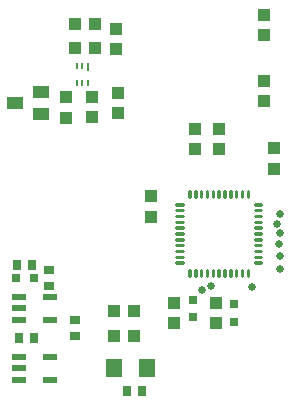
<source format=gbr>
G04 EAGLE Gerber RS-274X export*
G75*
%MOMM*%
%FSLAX34Y34*%
%LPD*%
%INSolderpaste Top*%
%IPPOS*%
%AMOC8*
5,1,8,0,0,1.08239X$1,22.5*%
G01*
%ADD10R,1.000000X1.100000*%
%ADD11R,1.100000X1.000000*%
%ADD12R,0.700000X0.900000*%
%ADD13R,1.400000X1.600000*%
%ADD14R,0.900000X0.700000*%
%ADD15R,0.800000X0.800000*%
%ADD16R,1.400000X1.000000*%
%ADD17R,1.200000X0.550000*%
%ADD18C,0.255000*%
%ADD19C,0.635000*%
%ADD20R,0.250000X0.600000*%
%ADD21R,0.250000X0.750000*%


D10*
X231140Y249800D03*
X231140Y232800D03*
D11*
X112640Y91186D03*
X95640Y91186D03*
D12*
X119530Y44450D03*
X106530Y44450D03*
D13*
X95220Y63500D03*
X123220Y63500D03*
D11*
X95640Y111760D03*
X112640Y111760D03*
D10*
X184150Y266310D03*
X184150Y249310D03*
X163830Y266310D03*
X163830Y249310D03*
D14*
X62230Y104290D03*
X62230Y91290D03*
D12*
X15090Y88900D03*
X28090Y88900D03*
D15*
X197369Y117701D03*
X197369Y102701D03*
X12820Y139700D03*
X27820Y139700D03*
X162560Y106800D03*
X162560Y121800D03*
D16*
X11860Y288290D03*
X33860Y297790D03*
X33860Y278790D03*
D14*
X40386Y133708D03*
X40386Y146708D03*
D11*
X222250Y306950D03*
X222250Y289950D03*
X222250Y345830D03*
X222250Y362830D03*
D10*
X127000Y209160D03*
X127000Y192160D03*
D12*
X26312Y151130D03*
X13312Y151130D03*
D10*
X181610Y118990D03*
X181610Y101990D03*
X146050Y118990D03*
X146050Y101990D03*
D17*
X14939Y123800D03*
X14939Y114300D03*
X14939Y104800D03*
X40941Y104800D03*
X40941Y123800D03*
X14939Y73000D03*
X14939Y63500D03*
X14939Y54000D03*
X40941Y54000D03*
X40941Y73000D03*
D18*
X209025Y208440D02*
X209025Y213890D01*
X209025Y208440D02*
X208575Y208440D01*
X208575Y213890D01*
X209025Y213890D01*
X209025Y210862D02*
X208575Y210862D01*
X208575Y213284D02*
X209025Y213284D01*
X204095Y213890D02*
X204095Y208440D01*
X203645Y208440D01*
X203645Y213890D01*
X204095Y213890D01*
X204095Y210862D02*
X203645Y210862D01*
X203645Y213284D02*
X204095Y213284D01*
X199165Y213890D02*
X199165Y208440D01*
X198715Y208440D01*
X198715Y213890D01*
X199165Y213890D01*
X199165Y210862D02*
X198715Y210862D01*
X198715Y213284D02*
X199165Y213284D01*
X194235Y213890D02*
X194235Y208440D01*
X193785Y208440D01*
X193785Y213890D01*
X194235Y213890D01*
X194235Y210862D02*
X193785Y210862D01*
X193785Y213284D02*
X194235Y213284D01*
X189305Y213890D02*
X189305Y208440D01*
X188855Y208440D01*
X188855Y213890D01*
X189305Y213890D01*
X189305Y210862D02*
X188855Y210862D01*
X188855Y213284D02*
X189305Y213284D01*
X184375Y213890D02*
X184375Y208440D01*
X183925Y208440D01*
X183925Y213890D01*
X184375Y213890D01*
X184375Y210862D02*
X183925Y210862D01*
X183925Y213284D02*
X184375Y213284D01*
X178995Y213890D02*
X178995Y208440D01*
X178995Y213890D02*
X179445Y213890D01*
X179445Y208440D01*
X178995Y208440D01*
X178995Y210862D02*
X179445Y210862D01*
X179445Y213284D02*
X178995Y213284D01*
X174065Y213890D02*
X174065Y208440D01*
X174065Y213890D02*
X174515Y213890D01*
X174515Y208440D01*
X174065Y208440D01*
X174065Y210862D02*
X174515Y210862D01*
X174515Y213284D02*
X174065Y213284D01*
X169135Y213890D02*
X169135Y208440D01*
X169135Y213890D02*
X169585Y213890D01*
X169585Y208440D01*
X169135Y208440D01*
X169135Y210862D02*
X169585Y210862D01*
X169585Y213284D02*
X169135Y213284D01*
X164205Y213890D02*
X164205Y208440D01*
X164205Y213890D02*
X164655Y213890D01*
X164655Y208440D01*
X164205Y208440D01*
X164205Y210862D02*
X164655Y210862D01*
X164655Y213284D02*
X164205Y213284D01*
X159275Y213890D02*
X159275Y208440D01*
X159275Y213890D02*
X159725Y213890D01*
X159725Y208440D01*
X159275Y208440D01*
X159275Y210862D02*
X159725Y210862D01*
X159725Y213284D02*
X159275Y213284D01*
X153510Y202675D02*
X148060Y202675D01*
X153510Y202675D02*
X153510Y202225D01*
X148060Y202225D01*
X148060Y202675D01*
X148060Y197745D02*
X153510Y197745D01*
X153510Y197295D01*
X148060Y197295D01*
X148060Y197745D01*
X148060Y192815D02*
X153510Y192815D01*
X153510Y192365D01*
X148060Y192365D01*
X148060Y192815D01*
X148060Y187885D02*
X153510Y187885D01*
X153510Y187435D01*
X148060Y187435D01*
X148060Y187885D01*
X148060Y182955D02*
X153510Y182955D01*
X153510Y182505D01*
X148060Y182505D01*
X148060Y182955D01*
X148060Y178025D02*
X153510Y178025D01*
X153510Y177575D01*
X148060Y177575D01*
X148060Y178025D01*
X148060Y172645D02*
X153510Y172645D01*
X148060Y172645D02*
X148060Y173095D01*
X153510Y173095D01*
X153510Y172645D01*
X153510Y167715D02*
X148060Y167715D01*
X148060Y168165D01*
X153510Y168165D01*
X153510Y167715D01*
X153510Y162785D02*
X148060Y162785D01*
X148060Y163235D01*
X153510Y163235D01*
X153510Y162785D01*
X153510Y157855D02*
X148060Y157855D01*
X148060Y158305D01*
X153510Y158305D01*
X153510Y157855D01*
X153510Y152925D02*
X148060Y152925D01*
X148060Y153375D01*
X153510Y153375D01*
X153510Y152925D01*
X159275Y147160D02*
X159275Y141710D01*
X159275Y147160D02*
X159725Y147160D01*
X159725Y141710D01*
X159275Y141710D01*
X159275Y144132D02*
X159725Y144132D01*
X159725Y146554D02*
X159275Y146554D01*
X164205Y147160D02*
X164205Y141710D01*
X164205Y147160D02*
X164655Y147160D01*
X164655Y141710D01*
X164205Y141710D01*
X164205Y144132D02*
X164655Y144132D01*
X164655Y146554D02*
X164205Y146554D01*
X169135Y147160D02*
X169135Y141710D01*
X169135Y147160D02*
X169585Y147160D01*
X169585Y141710D01*
X169135Y141710D01*
X169135Y144132D02*
X169585Y144132D01*
X169585Y146554D02*
X169135Y146554D01*
X174065Y147160D02*
X174065Y141710D01*
X174065Y147160D02*
X174515Y147160D01*
X174515Y141710D01*
X174065Y141710D01*
X174065Y144132D02*
X174515Y144132D01*
X174515Y146554D02*
X174065Y146554D01*
X178995Y147160D02*
X178995Y141710D01*
X178995Y147160D02*
X179445Y147160D01*
X179445Y141710D01*
X178995Y141710D01*
X178995Y144132D02*
X179445Y144132D01*
X179445Y146554D02*
X178995Y146554D01*
X183925Y147160D02*
X183925Y141710D01*
X183925Y147160D02*
X184375Y147160D01*
X184375Y141710D01*
X183925Y141710D01*
X183925Y144132D02*
X184375Y144132D01*
X184375Y146554D02*
X183925Y146554D01*
X189305Y147160D02*
X189305Y141710D01*
X188855Y141710D01*
X188855Y147160D01*
X189305Y147160D01*
X189305Y144132D02*
X188855Y144132D01*
X188855Y146554D02*
X189305Y146554D01*
X194235Y147160D02*
X194235Y141710D01*
X193785Y141710D01*
X193785Y147160D01*
X194235Y147160D01*
X194235Y144132D02*
X193785Y144132D01*
X193785Y146554D02*
X194235Y146554D01*
X199165Y147160D02*
X199165Y141710D01*
X198715Y141710D01*
X198715Y147160D01*
X199165Y147160D01*
X199165Y144132D02*
X198715Y144132D01*
X198715Y146554D02*
X199165Y146554D01*
X204095Y147160D02*
X204095Y141710D01*
X203645Y141710D01*
X203645Y147160D01*
X204095Y147160D01*
X204095Y144132D02*
X203645Y144132D01*
X203645Y146554D02*
X204095Y146554D01*
X209025Y147160D02*
X209025Y141710D01*
X208575Y141710D01*
X208575Y147160D01*
X209025Y147160D01*
X209025Y144132D02*
X208575Y144132D01*
X208575Y146554D02*
X209025Y146554D01*
X214790Y152925D02*
X220240Y152925D01*
X214790Y152925D02*
X214790Y153375D01*
X220240Y153375D01*
X220240Y152925D01*
X220240Y157855D02*
X214790Y157855D01*
X214790Y158305D01*
X220240Y158305D01*
X220240Y157855D01*
X220240Y162785D02*
X214790Y162785D01*
X214790Y163235D01*
X220240Y163235D01*
X220240Y162785D01*
X220240Y167715D02*
X214790Y167715D01*
X214790Y168165D01*
X220240Y168165D01*
X220240Y167715D01*
X220240Y172645D02*
X214790Y172645D01*
X214790Y173095D01*
X220240Y173095D01*
X220240Y172645D01*
X220240Y177575D02*
X214790Y177575D01*
X214790Y178025D01*
X220240Y178025D01*
X220240Y177575D01*
X220240Y182955D02*
X214790Y182955D01*
X220240Y182955D02*
X220240Y182505D01*
X214790Y182505D01*
X214790Y182955D01*
X214790Y187885D02*
X220240Y187885D01*
X220240Y187435D01*
X214790Y187435D01*
X214790Y187885D01*
X214790Y192815D02*
X220240Y192815D01*
X220240Y192365D01*
X214790Y192365D01*
X214790Y192815D01*
X214790Y197745D02*
X220240Y197745D01*
X220240Y197295D01*
X214790Y197295D01*
X214790Y197745D01*
X214790Y202675D02*
X220240Y202675D01*
X220240Y202225D01*
X214790Y202225D01*
X214790Y202675D01*
D19*
X170180Y129540D03*
X177800Y133350D03*
X212090Y132080D03*
X236220Y147320D03*
X236220Y158750D03*
X234950Y168910D03*
X236220Y177800D03*
X233680Y185420D03*
X236220Y194310D03*
D20*
X63834Y305220D03*
X73834Y305220D03*
X68834Y305220D03*
X63834Y319620D03*
X68834Y319620D03*
D21*
X73834Y318870D03*
D11*
X79620Y334772D03*
X62620Y334772D03*
D10*
X97536Y351146D03*
X97536Y334146D03*
D11*
X79620Y355346D03*
X62620Y355346D03*
D10*
X54864Y292980D03*
X54864Y275980D03*
X98552Y296790D03*
X98552Y279790D03*
X76962Y293234D03*
X76962Y276234D03*
M02*

</source>
